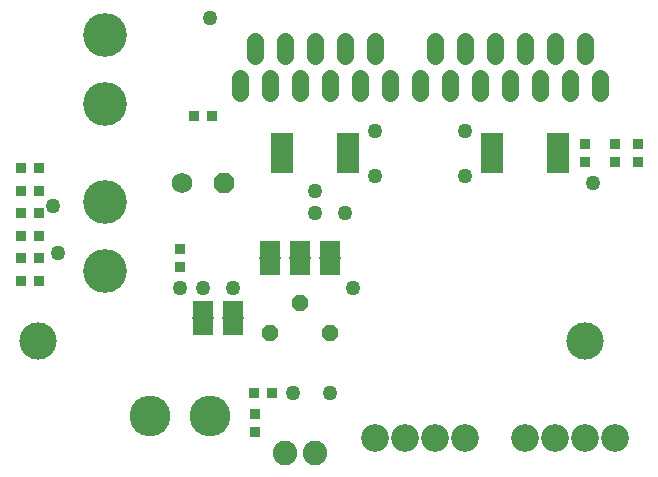
<source format=gts>
G75*
G70*
%OFA0B0*%
%FSLAX24Y24*%
%IPPOS*%
%LPD*%
%AMOC8*
5,1,8,0,0,1.08239X$1,22.5*
%
%ADD10C,0.0560*%
%ADD11R,0.0360X0.0360*%
%ADD12R,0.0769X0.1320*%
%ADD13C,0.0920*%
%ADD14R,0.0690X0.0520*%
%ADD15R,0.0720X0.0060*%
%ADD16OC8,0.0540*%
%ADD17OC8,0.0690*%
%ADD18C,0.0690*%
%ADD19C,0.0820*%
%ADD20C,0.1460*%
%ADD21C,0.1360*%
%ADD22C,0.1241*%
%ADD23C,0.0496*%
D10*
X009930Y014430D02*
X009930Y014930D01*
X010430Y015680D02*
X010430Y016180D01*
X011430Y016180D02*
X011430Y015680D01*
X010930Y014930D02*
X010930Y014430D01*
X011930Y014430D02*
X011930Y014930D01*
X012430Y015680D02*
X012430Y016180D01*
X013430Y016180D02*
X013430Y015680D01*
X012930Y014930D02*
X012930Y014430D01*
X013930Y014430D02*
X013930Y014930D01*
X014430Y015680D02*
X014430Y016180D01*
X014930Y014930D02*
X014930Y014430D01*
X015930Y014430D02*
X015930Y014930D01*
X016430Y015680D02*
X016430Y016180D01*
X017430Y016180D02*
X017430Y015680D01*
X016930Y014930D02*
X016930Y014430D01*
X017930Y014430D02*
X017930Y014930D01*
X018430Y015680D02*
X018430Y016180D01*
X019430Y016180D02*
X019430Y015680D01*
X018930Y014930D02*
X018930Y014430D01*
X019930Y014430D02*
X019930Y014930D01*
X020430Y015680D02*
X020430Y016180D01*
X021430Y016180D02*
X021430Y015680D01*
X020930Y014930D02*
X020930Y014430D01*
X021930Y014430D02*
X021930Y014930D01*
D11*
X021430Y012730D03*
X021430Y012130D03*
X022430Y012130D03*
X022430Y012730D03*
X023180Y012730D03*
X023180Y012130D03*
X010980Y004430D03*
X010380Y004430D03*
X010430Y003730D03*
X010430Y003130D03*
X003230Y008180D03*
X002630Y008180D03*
X002630Y008930D03*
X003230Y008930D03*
X003230Y009680D03*
X002630Y009680D03*
X002630Y010430D03*
X003230Y010430D03*
X003230Y011180D03*
X002630Y011180D03*
X002630Y011930D03*
X003230Y011930D03*
X007930Y009230D03*
X007930Y008630D03*
X008380Y013680D03*
X008980Y013680D03*
D12*
X011328Y012430D03*
X013532Y012430D03*
X018328Y012430D03*
X020532Y012430D03*
D13*
X020430Y002930D03*
X021430Y002930D03*
X022430Y002930D03*
X019430Y002930D03*
X017430Y002930D03*
X016430Y002930D03*
X015430Y002930D03*
X014430Y002930D03*
D14*
X009680Y006630D03*
X009680Y007230D03*
X008680Y007230D03*
X008680Y006630D03*
X010930Y008630D03*
X010930Y009230D03*
X011930Y009230D03*
X011930Y008630D03*
X012930Y008630D03*
X012930Y009230D03*
D15*
X012930Y008930D03*
X011930Y008930D03*
X010930Y008930D03*
X009680Y006930D03*
X008680Y006930D03*
D16*
X010940Y006430D03*
X011930Y007430D03*
X012920Y006430D03*
D17*
X009380Y011430D03*
D18*
X007980Y011430D03*
D19*
X011430Y002430D03*
X012430Y002430D03*
D20*
X005430Y008493D03*
X005430Y010793D03*
X005430Y014067D03*
X005430Y016367D03*
D21*
X006930Y003680D03*
X008930Y003680D03*
D22*
X003180Y006180D03*
X021430Y006180D03*
D23*
X021680Y011430D03*
X017430Y011680D03*
X017430Y013180D03*
X014430Y013180D03*
X014430Y011680D03*
X013430Y010430D03*
X012430Y010430D03*
X012430Y011180D03*
X013680Y007930D03*
X009680Y007930D03*
X008680Y007930D03*
X007930Y007930D03*
X003868Y009118D03*
X003680Y010680D03*
X008930Y016930D03*
X011680Y004430D03*
X012920Y004430D03*
M02*

</source>
